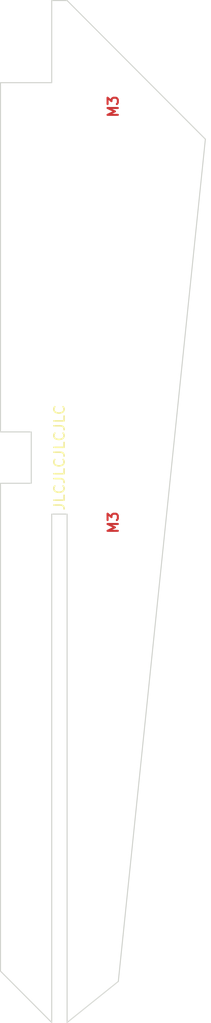
<source format=kicad_pcb>
(kicad_pcb (version 20211014) (generator pcbnew)
  (layers (0 "F.Cu" signal) (31 "B.Cu" signal) (34 "B.Paste" user) (35 "F.Paste" user) (36 "B.SilkS" user "B.Silkscreen") (37 "F.SilkS" user "F.Silkscreen") (38 "B.Mask" user) (39 "F.Mask" user) (44 "Edge.Cuts" user))
  (net 0 "")
  (footprint "MountingHole:MountingHole_3.2mm_M3" (layer "F.Cu") (at 160 57)
    (fp_text reference "M3" (at 0 -3.5 90) (layer "F.Cu") (effects (font (thickness 0.2)) (justify left)))
    (fp_text value "MountingHole_3.2mm_M3")
    (pad "" np_thru_hole circle locked (at 0 0) (size 3.2 3.2) (drill 3.2) (layers *.Cu *.Mask))
  )
  (footprint "MountingHole:MountingHole_3.2mm_M3" (layer "F.Cu") (at 160 97.5)
    (fp_text reference "M3" (at 0 -3.5 90) (layer "F.Cu") (effects (font (thickness 0.2)) (justify left)))
    (fp_text value "MountingHole_3.2mm_M3")
    (pad "" np_thru_hole circle locked (at 0 0) (size 3.2 3.2) (drill 3.2) (layers *.Cu *.Mask))
  )
  (gr_line (start 154 42) (end 155.5 42) (layer "Edge.Cuts") (width 0.1))
  (gr_line (start 155.5 141.5) (end 160.5 137.5) (layer "Edge.Cuts") (width 0.1))
  (gr_line (start 154 92) (end 155.5 92) (layer "Edge.Cuts") (width 0.1))
  (gr_line (start 154 50) (end 154 42) (layer "Edge.Cuts") (width 0.1))
  (gr_line (start 154 92) (end 154 141.5) (layer "Edge.Cuts") (width 0.1))
  (gr_line (start 155.5 141.5) (end 155.5 92) (layer "Edge.Cuts") (width 0.1))
  (gr_line (start 155.5 42) (end 169 55.5) (layer "Edge.Cuts") (width 0.1))
  (gr_line (start 154 141.5) (end 149 136.5) (layer "Edge.Cuts") (width 0.1))
  (gr_line (start 154 50) (end 149 50) (layer "Edge.Cuts") (width 0.1))
  (gr_line (start 149 84) (end 149 50) (layer "Edge.Cuts") (width 0.1))
  (gr_line (start 149 89) (end 149 136.5) (layer "Edge.Cuts") (width 0.1))
  (gr_line (start 152 89) (end 149 89) (layer "Edge.Cuts") (width 0.1))
  (gr_line (start 149 84) (end 152 84) (layer "Edge.Cuts") (width 0.1))
  (gr_line (start 152 84) (end 152 89) (layer "Edge.Cuts") (width 0.1))
  (gr_line (start 169 55.5) (end 160.5 137.5) (layer "Edge.Cuts") (width 0.1))
  (gr_text "JLCJLCJLCJLC" (at 154.75 86.5 90) (layer "F.SilkS") (effects (font (size 1 1))))
)
</source>
